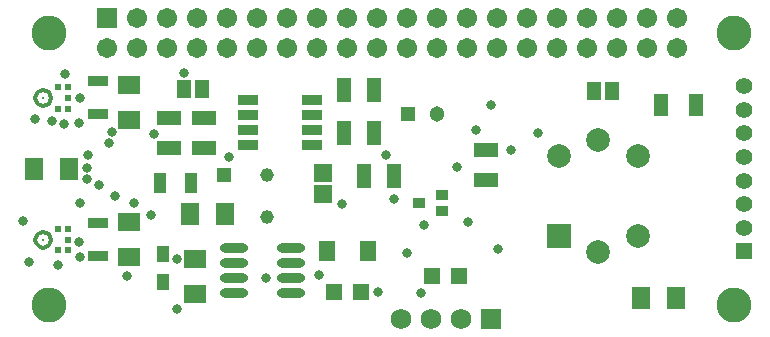
<source format=gbs>
G04*
G04 #@! TF.GenerationSoftware,Altium Limited,Altium Designer,22.3.1 (43)*
G04*
G04 Layer_Color=16711935*
%FSLAX25Y25*%
%MOIN*%
G70*
G04*
G04 #@! TF.SameCoordinates,CFB6BFBE-1D4E-4C59-BBC9-44663F7F7C7A*
G04*
G04*
G04 #@! TF.FilePolarity,Negative*
G04*
G01*
G75*
%ADD21R,0.05721X0.06902*%
%ADD24R,0.06824X0.06824*%
%ADD25C,0.06824*%
%ADD26C,0.06706*%
%ADD27R,0.06706X0.06706*%
%ADD28C,0.05131*%
%ADD29R,0.05131X0.05131*%
%ADD30R,0.05524X0.05524*%
%ADD31C,0.05524*%
%ADD32R,0.07887X0.07887*%
%ADD33C,0.07887*%
%ADD34R,0.04528X0.04528*%
%ADD35C,0.04528*%
%ADD36C,0.01280*%
%ADD37C,0.11627*%
%ADD38C,0.03162*%
%ADD39C,0.01181*%
%ADD55R,0.05928X0.07316*%
%ADD62R,0.04449X0.05591*%
%ADD63R,0.07316X0.05928*%
%ADD65R,0.02055X0.02362*%
%ADD66R,0.06127X0.05924*%
%ADD67R,0.06693X0.03740*%
%ADD68R,0.07887X0.04934*%
%ADD69R,0.04147X0.07099*%
%ADD70R,0.04540X0.06115*%
%ADD71R,0.06902X0.03556*%
%ADD72O,0.09461X0.03162*%
%ADD73R,0.04737X0.07690*%
%ADD74R,0.04343X0.03556*%
%ADD75R,0.04934X0.07887*%
%ADD76R,0.05328X0.05328*%
D21*
X106358Y31535D02*
D03*
X119941D02*
D03*
D24*
X160945Y9055D02*
D03*
D25*
X150945D02*
D03*
X140945D02*
D03*
X130945D02*
D03*
D26*
X222953Y99331D02*
D03*
X212953D02*
D03*
X202953D02*
D03*
X222953Y109331D02*
D03*
X212953D02*
D03*
X202953D02*
D03*
X172953Y99331D02*
D03*
Y109331D02*
D03*
X152953Y99331D02*
D03*
Y109331D02*
D03*
X142953Y99331D02*
D03*
Y109331D02*
D03*
X132953Y99331D02*
D03*
Y109331D02*
D03*
X122953Y99331D02*
D03*
Y109331D02*
D03*
X102953Y99331D02*
D03*
Y109331D02*
D03*
X82953Y99331D02*
D03*
Y109331D02*
D03*
X62953Y99331D02*
D03*
Y109331D02*
D03*
X32953Y99331D02*
D03*
X42953Y109331D02*
D03*
Y99331D02*
D03*
X52953Y109331D02*
D03*
Y99331D02*
D03*
X72953Y109331D02*
D03*
Y99331D02*
D03*
X92953Y109331D02*
D03*
Y99331D02*
D03*
X112953Y109331D02*
D03*
Y99331D02*
D03*
X162953Y109331D02*
D03*
Y99331D02*
D03*
X182953Y109331D02*
D03*
Y99331D02*
D03*
X192953Y109331D02*
D03*
Y99331D02*
D03*
D27*
X32953Y109331D02*
D03*
D28*
X143110Y77205D02*
D03*
D29*
X133268D02*
D03*
D30*
X245394Y31496D02*
D03*
D31*
Y39370D02*
D03*
Y47244D02*
D03*
Y55118D02*
D03*
Y62992D02*
D03*
Y70866D02*
D03*
Y78740D02*
D03*
Y86614D02*
D03*
D32*
X183665Y36713D02*
D03*
D33*
X196890Y31236D02*
D03*
X210114Y36713D02*
D03*
Y63161D02*
D03*
X196890Y68638D02*
D03*
X183665Y63161D02*
D03*
D34*
X72111Y57008D02*
D03*
D35*
X86253D02*
D03*
Y42866D02*
D03*
D36*
X11768Y82638D02*
D03*
Y35354D02*
D03*
D37*
X242126Y104331D02*
D03*
X13780D02*
D03*
X242126Y13780D02*
D03*
X13780D02*
D03*
D38*
X23622Y34646D02*
D03*
X58661Y90945D02*
D03*
X48701Y70630D02*
D03*
X128622Y49095D02*
D03*
X111417Y47205D02*
D03*
X86142Y22500D02*
D03*
X123268Y17874D02*
D03*
X137638Y17717D02*
D03*
X103661Y23543D02*
D03*
X47638Y43701D02*
D03*
X34646Y71260D02*
D03*
X5118Y41732D02*
D03*
X9055Y75590D02*
D03*
X7220Y27953D02*
D03*
X39764Y23228D02*
D03*
X56299Y12205D02*
D03*
X163386Y32283D02*
D03*
X167717Y65354D02*
D03*
X23622Y74410D02*
D03*
X26378Y59449D02*
D03*
Y55512D02*
D03*
X30315Y53543D02*
D03*
X42165Y47756D02*
D03*
X73779Y63110D02*
D03*
X125945Y63504D02*
D03*
X133031Y30906D02*
D03*
X56457Y29016D02*
D03*
X18622Y74016D02*
D03*
X24094Y47717D02*
D03*
X35866Y50039D02*
D03*
X33701Y67756D02*
D03*
X176772Y71024D02*
D03*
X156024Y72008D02*
D03*
X149724Y59606D02*
D03*
X14882Y74961D02*
D03*
X18937Y90472D02*
D03*
X26890Y63661D02*
D03*
X138661Y40354D02*
D03*
X153425Y41299D02*
D03*
X161024Y80158D02*
D03*
X16732Y27126D02*
D03*
X23976Y29685D02*
D03*
X24016Y82598D02*
D03*
D39*
X14375Y82638D02*
X14176Y83635D01*
X13611Y84481D01*
X12766Y85046D01*
X11768Y85244D01*
X10771Y85046D01*
X9926Y84481D01*
X9361Y83635D01*
X9162Y82638D01*
X9361Y81640D01*
X9926Y80795D01*
X10771Y80230D01*
X11768Y80032D01*
X12766Y80230D01*
X13611Y80795D01*
X14176Y81640D01*
X14375Y82638D01*
Y35354D02*
X14176Y36352D01*
X13611Y37197D01*
X12766Y37762D01*
X11768Y37961D01*
X10771Y37762D01*
X9926Y37197D01*
X9361Y36352D01*
X9162Y35354D01*
X9361Y34357D01*
X9926Y33511D01*
X10771Y32946D01*
X11768Y32748D01*
X12766Y32946D01*
X13611Y33511D01*
X14176Y34357D01*
X14375Y35354D01*
D55*
X211196Y15866D02*
D03*
X222820D02*
D03*
X20300Y59095D02*
D03*
X8676D02*
D03*
X60881Y43858D02*
D03*
X72505D02*
D03*
D62*
X51850Y21220D02*
D03*
Y30669D02*
D03*
D63*
X62402Y29001D02*
D03*
Y17377D02*
D03*
X40472Y75448D02*
D03*
Y87072D02*
D03*
Y29621D02*
D03*
Y41245D02*
D03*
D65*
X19934Y79094D02*
D03*
Y82638D02*
D03*
Y86181D02*
D03*
X16698Y79094D02*
D03*
Y86181D02*
D03*
X19934Y31811D02*
D03*
Y35354D02*
D03*
Y38898D02*
D03*
X16698Y31811D02*
D03*
Y38898D02*
D03*
D66*
X105157Y50627D02*
D03*
Y57720D02*
D03*
D67*
X30118Y40984D02*
D03*
Y29961D02*
D03*
Y88307D02*
D03*
Y77284D02*
D03*
D68*
X53858Y75925D02*
D03*
Y65886D02*
D03*
X65315Y65925D02*
D03*
Y75965D02*
D03*
X159488Y55374D02*
D03*
Y65413D02*
D03*
D69*
X61161Y54252D02*
D03*
X50728D02*
D03*
D70*
X58681Y85787D02*
D03*
X64784D02*
D03*
X195413Y84803D02*
D03*
X201516D02*
D03*
D71*
X80059Y66870D02*
D03*
Y71870D02*
D03*
Y76870D02*
D03*
Y81870D02*
D03*
X101516D02*
D03*
Y76870D02*
D03*
Y71870D02*
D03*
Y66870D02*
D03*
D72*
X94291Y32500D02*
D03*
Y27500D02*
D03*
Y22500D02*
D03*
Y17500D02*
D03*
X75394Y32500D02*
D03*
Y27500D02*
D03*
Y22500D02*
D03*
Y17500D02*
D03*
D73*
X217717Y80315D02*
D03*
X229528D02*
D03*
D74*
X137126Y47598D02*
D03*
X144606Y45039D02*
D03*
Y50157D02*
D03*
D75*
X112146Y85354D02*
D03*
X122185D02*
D03*
X112146Y70906D02*
D03*
X122185D02*
D03*
X128642Y56575D02*
D03*
X118602D02*
D03*
D76*
X141279Y23425D02*
D03*
X150531D02*
D03*
X108642Y17874D02*
D03*
X117894D02*
D03*
M02*

</source>
